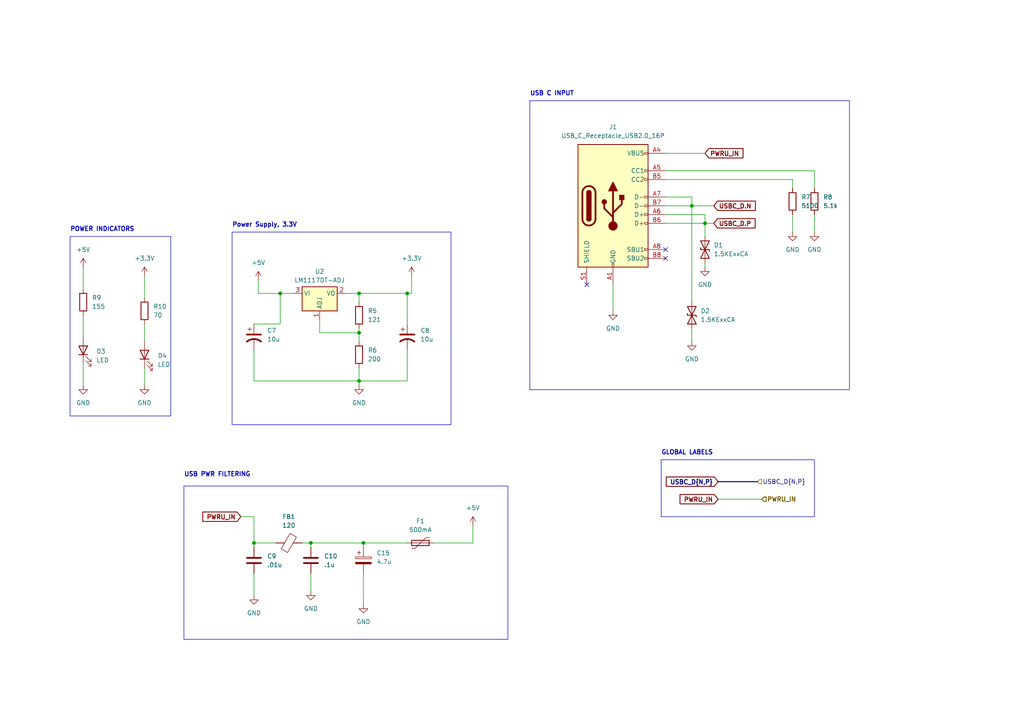
<source format=kicad_sch>
(kicad_sch (version 20250114) (generator "eeschema") (generator_version "9.0")
  (paper "A4")
  (lib_symbols
    (symbol "Connector:USB_C_Receptacle_USB2.0_16P" (pin_names (offset 1.016))
      (property "Reference" "J" (at 0 22.225 0))
      (property "Value" "USB_C_Receptacle_USB2.0_16P" (at 0 19.685 0))
      (symbol "USB_C_Receptacle_USB2.0_16P_0_0"
        (rectangle (start -0.254 -17.78) (end 0.254 -16.764))
        (rectangle (start 10.16 15.494) (end 9.144 14.986))
        (rectangle (start 10.16 10.414) (end 9.144 9.906))
        (rectangle (start 10.16 7.874) (end 9.144 7.366))
        (rectangle (start 10.16 2.794) (end 9.144 2.286))
        (rectangle (start 10.16 0.254) (end 9.144 -0.254))
        (rectangle (start 10.16 -2.286) (end 9.144 -2.794))
        (rectangle (start 10.16 -4.826) (end 9.144 -5.334))
        (rectangle (start 10.16 -12.446) (end 9.144 -12.954))
        (rectangle (start 10.16 -14.986) (end 9.144 -15.494))
      )
      (symbol "USB_C_Receptacle_USB2.0_16P_0_1"
        (rectangle (start -10.16 17.78) (end 10.16 -17.78) (stroke (width 0.254)) (fill (type background)))
        (polyline (pts (xy -8.89 -3.81) (xy -8.89 3.81)) (stroke (width 0.508)))
        (rectangle (start -7.62 -3.81) (end -6.35 3.81) (stroke (width 0.254)) (fill (type outline)))
        (arc (start -7.62 3.81) (mid -6.985 4.4423) (end -6.35 3.81) (stroke (width 0.254)))
        (arc (start -7.62 3.81) (mid -6.985 4.4423) (end -6.35 3.81) (stroke (width 0.254)) (fill (type outline)))
        (arc (start -8.89 3.81) (mid -6.985 5.7067) (end -5.08 3.81) (stroke (width 0.508)))
        (arc (start -5.08 -3.81) (mid -6.985 -5.7067) (end -8.89 -3.81) (stroke (width 0.508)))
        (arc (start -6.35 -3.81) (mid -6.985 -4.4423) (end -7.62 -3.81) (stroke (width 0.254)))
        (arc (start -6.35 -3.81) (mid -6.985 -4.4423) (end -7.62 -3.81) (stroke (width 0.254)) (fill (type outline)))
        (polyline (pts (xy -5.08 3.81) (xy -5.08 -3.81)) (stroke (width 0.508)))
        (circle (center -2.54 1.143) (radius 0.635) (stroke (width 0.254)) (fill (type outline)))
        (polyline (pts (xy -1.27 4.318) (xy 0 6.858) (xy 1.27 4.318) (xy -1.27 4.318)) (stroke (width 0.254)) (fill (type outline)))
        (polyline (pts (xy 0 -2.032) (xy 2.54 0.508) (xy 2.54 1.778)) (stroke (width 0.508)))
        (polyline (pts (xy 0 -3.302) (xy -2.54 -0.762) (xy -2.54 0.508)) (stroke (width 0.508)))
        (polyline (pts (xy 0 -5.842) (xy 0 4.318)) (stroke (width 0.508)))
        (circle (center 0 -5.842) (radius 1.27) (fill (type outline)))
        (rectangle (start 1.905 1.778) (end 3.175 3.048) (stroke (width 0.254)) (fill (type outline)))
      )
      (symbol "USB_C_Receptacle_USB2.0_16P_1_1"
        (pin passive line (at -7.62 -22.86 90) (length 5.08) (name "SHIELD") (number "S1"))
        (pin passive line (at 0 -22.86 90) (length 5.08) (name "GND") (number "A1"))
        (pin passive line (at 0 -22.86 90) (length 5.08) (hide yes) (name "GND") (number "A12"))
        (pin passive line (at 0 -22.86 90) (length 5.08) (hide yes) (name "GND") (number "B1"))
        (pin passive line (at 0 -22.86 90) (length 5.08) (hide yes) (name "GND") (number "B12"))
        (pin passive line (at 15.24 15.24 180) (length 5.08) (name "VBUS") (number "A4"))
        (pin passive line (at 15.24 15.24 180) (length 5.08) (hide yes) (name "VBUS") (number "A9"))
        (pin passive line (at 15.24 15.24 180) (length 5.08) (hide yes) (name "VBUS") (number "B4"))
        (pin passive line (at 15.24 15.24 180) (length 5.08) (hide yes) (name "VBUS") (number "B9"))
        (pin bidirectional line (at 15.24 10.16 180) (length 5.08) (name "CC1") (number "A5"))
        (pin bidirectional line (at 15.24 7.62 180) (length 5.08) (name "CC2") (number "B5"))
        (pin bidirectional line (at 15.24 2.54 180) (length 5.08) (name "D-") (number "A7"))
        (pin bidirectional line (at 15.24 0 180) (length 5.08) (name "D-") (number "B7"))
        (pin bidirectional line (at 15.24 -2.54 180) (length 5.08) (name "D+") (number "A6"))
        (pin bidirectional line (at 15.24 -5.08 180) (length 5.08) (name "D+") (number "B6"))
        (pin bidirectional line (at 15.24 -12.7 180) (length 5.08) (name "SBU1") (number "A8"))
        (pin bidirectional line (at 15.24 -15.24 180) (length 5.08) (name "SBU2") (number "B8"))
      )
    )
    (symbol "Device:C" (pin_numbers (hide yes)) (pin_names (offset 0.254))
      (property "Reference" "C" (at 0.635 2.54 0))
      (property "Value" "C" (at 0.635 -2.54 0))
      (symbol "C_0_1"
        (polyline (pts (xy -2.032 0.762) (xy 2.032 0.762)) (stroke (width 0.508)))
        (polyline (pts (xy -2.032 -0.762) (xy 2.032 -0.762)) (stroke (width 0.508)))
      )
      (symbol "C_1_1"
        (pin passive line (at 0 3.81 270) (length 2.794) (name "~") (number "1"))
        (pin passive line (at 0 -3.81 90) (length 2.794) (name "~") (number "2"))
      )
    )
    (symbol "Device:C_Polarized" (pin_numbers (hide yes)) (pin_names (offset 0.254))
      (property "Reference" "C" (at 0.635 2.54 0))
      (property "Value" "C_Polarized" (at 0.635 -2.54 0))
      (symbol "C_Polarized_0_1"
        (rectangle (start -2.286 0.508) (end 2.286 1.016))
        (polyline (pts (xy -1.778 2.286) (xy -0.762 2.286)))
        (polyline (pts (xy -1.27 2.794) (xy -1.27 1.778)))
        (rectangle (start 2.286 -0.508) (end -2.286 -1.016) (fill (type outline)))
      )
      (symbol "C_Polarized_1_1"
        (pin passive line (at 0 3.81 270) (length 2.794) (name "~") (number "1"))
        (pin passive line (at 0 -3.81 90) (length 2.794) (name "~") (number "2"))
      )
    )
    (symbol "Device:C_Polarized_US" (pin_numbers (hide yes)) (pin_names (offset 0.254) (hide yes))
      (property "Reference" "C" (at 0.635 2.54 0))
      (property "Value" "C_Polarized_US" (at 0.635 -2.54 0))
      (symbol "C_Polarized_US_0_1"
        (polyline (pts (xy -2.032 0.762) (xy 2.032 0.762)) (stroke (width 0.508)))
        (polyline (pts (xy -1.778 2.286) (xy -0.762 2.286)))
        (polyline (pts (xy -1.27 1.778) (xy -1.27 2.794)))
        (arc (start -2.032 -1.27) (mid 0 -0.5572) (end 2.032 -1.27) (stroke (width 0.508)))
      )
      (symbol "C_Polarized_US_1_1"
        (pin passive line (at 0 3.81 270) (length 2.794) (name "~") (number "1"))
        (pin passive line (at 0 -3.81 90) (length 3.302) (name "~") (number "2"))
      )
    )
    (symbol "Device:FerriteBead" (pin_numbers (hide yes)) (pin_names (offset 0))
      (property "Reference" "FB" (at -3.81 0.635 90))
      (property "Value" "FerriteBead" (at 3.81 0 90))
      (symbol "FerriteBead_0_1"
        (polyline (pts (xy -2.7686 0.4064) (xy -1.7018 2.2606) (xy 2.7686 -0.3048) (xy 1.6764 -2.159) (xy -2.7686 0.4064)))
        (polyline (pts (xy 0 1.27) (xy 0 1.2954)))
        (polyline (pts (xy 0 -1.27) (xy 0 -1.2192)))
      )
      (symbol "FerriteBead_1_1"
        (pin passive line (at 0 3.81 270) (length 2.54) (name "~") (number "1"))
        (pin passive line (at 0 -3.81 90) (length 2.54) (name "~") (number "2"))
      )
    )
    (symbol "Device:LED" (pin_numbers (hide yes)) (pin_names (offset 1.016) (hide yes))
      (property "Reference" "D" (at 0 2.54 0))
      (property "Value" "LED" (at 0 -2.54 0))
      (symbol "LED_0_1"
        (polyline (pts (xy -3.048 -0.762) (xy -4.572 -2.286) (xy -3.81 -2.286) (xy -4.572 -2.286) (xy -4.572 -1.524)))
        (polyline (pts (xy -1.778 -0.762) (xy -3.302 -2.286) (xy -2.54 -2.286) (xy -3.302 -2.286) (xy -3.302 -1.524)))
        (polyline (pts (xy -1.27 0) (xy 1.27 0)))
        (polyline (pts (xy -1.27 -1.27) (xy -1.27 1.27)) (stroke (width 0.254)))
        (polyline (pts (xy 1.27 -1.27) (xy 1.27 1.27) (xy -1.27 0) (xy 1.27 -1.27)) (stroke (width 0.254)))
      )
      (symbol "LED_1_1"
        (pin passive line (at -3.81 0 0) (length 2.54) (name "K") (number "1"))
        (pin passive line (at 3.81 0 180) (length 2.54) (name "A") (number "2"))
      )
    )
    (symbol "Device:Polyfuse" (pin_numbers (hide yes)) (pin_names (offset 0))
      (property "Reference" "F" (at -2.54 0 90))
      (property "Value" "Polyfuse" (at 2.54 0 90))
      (symbol "Polyfuse_0_1"
        (polyline (pts (xy -1.524 2.54) (xy -1.524 1.524) (xy 1.524 -1.524) (xy 1.524 -2.54)))
        (rectangle (start -0.762 2.54) (end 0.762 -2.54) (stroke (width 0.254)))
        (polyline (pts (xy 0 2.54) (xy 0 -2.54)))
      )
      (symbol "Polyfuse_1_1"
        (pin passive line (at 0 3.81 270) (length 1.27) (name "~") (number "1"))
        (pin passive line (at 0 -3.81 90) (length 1.27) (name "~") (number "2"))
      )
    )
    (symbol "Device:R" (pin_numbers (hide yes)) (pin_names (offset 0))
      (property "Reference" "R" (at 2.032 0 90))
      (property "Value" "R" (at 0 0 90))
      (symbol "R_0_1"
        (rectangle (start -1.016 -2.54) (end 1.016 2.54) (stroke (width 0.254)))
      )
      (symbol "R_1_1"
        (pin passive line (at 0 3.81 270) (length 1.27) (name "~") (number "1"))
        (pin passive line (at 0 -3.81 90) (length 1.27) (name "~") (number "2"))
      )
    )
    (symbol "Diode:1.5KExxCA" (pin_numbers (hide yes)) (pin_names (offset 1.016) (hide yes))
      (property "Reference" "D" (at 0 2.54 0))
      (property "Value" "1.5KExxCA" (at 0 -2.54 0))
      (symbol "1.5KExxCA_0_1"
        (polyline (pts (xy -2.54 -1.27) (xy 0 0) (xy -2.54 1.27) (xy -2.54 -1.27)) (stroke (width 0.254)))
        (polyline (pts (xy 0.508 1.27) (xy 0 1.27) (xy 0 -1.27) (xy -0.508 -1.27)) (stroke (width 0.254)))
        (polyline (pts (xy 1.27 0) (xy -1.27 0)))
        (polyline (pts (xy 2.54 1.27) (xy 2.54 -1.27) (xy 0 0) (xy 2.54 1.27)) (stroke (width 0.254)))
      )
      (symbol "1.5KExxCA_1_1"
        (pin passive line (at -3.81 0 0) (length 2.54) (name "A1") (number "1"))
        (pin passive line (at 3.81 0 180) (length 2.54) (name "A2") (number "2"))
      )
    )
    (symbol "Regulator_Linear:LM1117DT-ADJ"
      (property "Reference" "U" (at -3.81 3.175 0))
      (property "Value" "LM1117DT-ADJ" (at 0 3.175 0))
      (symbol "LM1117DT-ADJ_0_1"
        (rectangle (start -5.08 -5.08) (end 5.08 1.905) (stroke (width 0.254)) (fill (type background)))
      )
      (symbol "LM1117DT-ADJ_1_1"
        (pin power_in line (at -7.62 0 0) (length 2.54) (name "VI") (number "3"))
        (pin input line (at 0 -7.62 90) (length 2.54) (name "ADJ") (number "1"))
        (pin power_out line (at 7.62 0 180) (length 2.54) (name "VO") (number "2"))
      )
    )
    (symbol "power:+3.3V" (power) (pin_names (offset 0))
      (property "Value" "+3.3V" (at 0 3.556 0))
      (symbol "+3.3V_0_1"
        (polyline (pts (xy -0.762 1.27) (xy 0 2.54)))
        (polyline (pts (xy 0 2.54) (xy 0.762 1.27)))
        (polyline (pts (xy 0 0) (xy 0 2.54)))
      )
      (symbol "+3.3V_1_1"
        (pin power_in line (at 0 0 90) (length 0) (hide yes) (name "+3.3V") (number "1"))
      )
    )
    (symbol "power:+5V" (power) (pin_names (offset 0))
      (property "Value" "+5V" (at 0 3.556 0))
      (symbol "+5V_0_1"
        (polyline (pts (xy -0.762 1.27) (xy 0 2.54)))
        (polyline (pts (xy 0 2.54) (xy 0.762 1.27)))
        (polyline (pts (xy 0 0) (xy 0 2.54)))
      )
      (symbol "+5V_1_1"
        (pin power_in line (at 0 0 90) (length 0) (hide yes) (name "+5V") (number "1"))
      )
    )
    (symbol "power:GND" (power) (pin_names (offset 0))
      (property "Value" "GND" (at 0 -3.81 0))
      (symbol "GND_0_1"
        (polyline (pts (xy 0 0) (xy 0 -1.27) (xy 1.27 -1.27) (xy 0 -2.54) (xy -1.27 -1.27) (xy 0 -1.27)))
      )
      (symbol "GND_1_1"
        (pin power_in line (at 0 0 270) (length 0) (hide yes) (name "GND") (number "1"))
      )
    )
  )
  (rectangle (start 153.67 29.21) (end 246.38 113.03))
  (rectangle (start 67.31 67.31) (end 130.81 123.19))
  (rectangle (start 53.34 140.97) (end 147.32 185.42))
  (rectangle (start 191.77 133.35) (end 236.22 149.86))
  (rectangle (start 20.32 68.58) (end 49.53 120.65))
  (text "GLOBAL LABELS" (at 191.77 132.08 0) (effects (font (size 1.27 1.27) (bold yes)) (justify left bottom)))
  (text "Power Supply, 3.3V" (at 67.31 66.04 0) (effects (font (size 1.27 1.27) (bold yes)) (justify left bottom)))
  (text "POWER INDICATORS\n" (at 20.32 67.31 0) (effects (font (size 1.27 1.27) (bold yes)) (justify left bottom)))
  (text "USB C INPUT" (at 153.67 27.94 0) (effects (font (size 1.27 1.27) (bold yes)) (justify left bottom)))
  (text "USB PWR FILTERING\n" (at 53.34 138.43 0) (effects (font (size 1.27 1.27) (bold yes)) (justify left bottom)))
  (junction (at 73.66 157.48))
  (junction (at 118.11 85.09))
  (junction (at 200.66 59.69))
  (junction (at 104.14 96.52))
  (junction (at 90.17 157.48))
  (junction (at 204.47 64.77))
  (junction (at 104.14 110.49))
  (junction (at 105.41 157.48))
  (junction (at 104.14 85.09))
  (junction (at 81.28 85.09))
  (no_connect (at 193.04 74.93))
  (no_connect (at 193.04 72.39))
  (no_connect (at 170.18 82.55))
  (wire (pts (xy 90.17 157.48) (xy 105.41 157.48)))
  (wire (pts (xy 73.66 149.86) (xy 73.66 157.48)))
  (wire (pts (xy 90.17 157.48) (xy 90.17 158.75)))
  (wire (pts (xy 193.04 62.23) (xy 204.47 62.23)))
  (wire (pts (xy 73.66 166.37) (xy 73.66 172.72)))
  (wire (pts (xy 74.93 85.09) (xy 74.93 81.28)))
  (wire (pts (xy 104.14 85.09) (xy 118.11 85.09)))
  (wire (pts (xy 41.91 80.01) (xy 41.91 86.36)))
  (wire (pts (xy 24.13 105.41) (xy 24.13 111.76)))
  (wire (pts (xy 200.66 59.69) (xy 200.66 87.63)))
  (wire (pts (xy 87.63 157.48) (xy 90.17 157.48)))
  (wire (pts (xy 24.13 91.44) (xy 24.13 97.79)))
  (wire (pts (xy 236.22 62.23) (xy 236.22 67.31)))
  (wire (pts (xy 200.66 95.25) (xy 200.66 99.06)))
  (wire (pts (xy 92.71 92.71) (xy 92.71 96.52)))
  (wire (pts (xy 125.73 157.48) (xy 137.16 157.48)))
  (wire (pts (xy 118.11 101.6) (xy 118.11 110.49)))
  (wire (pts (xy 236.22 49.53) (xy 236.22 54.61)))
  (wire (pts (xy 193.04 49.53) (xy 236.22 49.53)))
  (wire (pts (xy 193.04 59.69) (xy 200.66 59.69)))
  (wire (pts (xy 92.71 96.52) (xy 104.14 96.52)))
  (wire (pts (xy 137.16 157.48) (xy 137.16 152.4)))
  (wire (pts (xy 24.13 77.47) (xy 24.13 83.82)))
  (wire (pts (xy 105.41 157.48) (xy 118.11 157.48)))
  (wire (pts (xy 73.66 157.48) (xy 73.66 158.75)))
  (wire (pts (xy 229.87 62.23) (xy 229.87 67.31)))
  (wire (pts (xy 119.38 85.09) (xy 119.38 80.01)))
  (bus (pts (xy 208.28 139.7) (xy 219.71 139.7)))
  (wire (pts (xy 118.11 110.49) (xy 104.14 110.49)))
  (wire (pts (xy 73.66 110.49) (xy 104.14 110.49)))
  (wire (pts (xy 104.14 85.09) (xy 104.14 87.63)))
  (wire (pts (xy 204.47 64.77) (xy 204.47 68.58)))
  (wire (pts (xy 104.14 106.68) (xy 104.14 110.49)))
  (wire (pts (xy 85.09 85.09) (xy 81.28 85.09)))
  (wire (pts (xy 193.04 52.07) (xy 229.87 52.07)))
  (wire (pts (xy 81.28 85.09) (xy 74.93 85.09)))
  (wire (pts (xy 105.41 157.48) (xy 105.41 158.75)))
  (wire (pts (xy 208.28 144.78) (xy 220.98 144.78)))
  (wire (pts (xy 73.66 93.98) (xy 81.28 93.98)))
  (wire (pts (xy 90.17 166.37) (xy 90.17 171.45)))
  (wire (pts (xy 73.66 101.6) (xy 73.66 110.49)))
  (wire (pts (xy 100.33 85.09) (xy 104.14 85.09)))
  (wire (pts (xy 204.47 62.23) (xy 204.47 64.77)))
  (wire (pts (xy 104.14 96.52) (xy 104.14 99.06)))
  (wire (pts (xy 41.91 93.98) (xy 41.91 99.06)))
  (wire (pts (xy 105.41 166.37) (xy 105.41 175.26)))
  (wire (pts (xy 118.11 85.09) (xy 119.38 85.09)))
  (wire (pts (xy 204.47 76.2) (xy 204.47 77.47)))
  (wire (pts (xy 104.14 95.25) (xy 104.14 96.52)))
  (wire (pts (xy 193.04 64.77) (xy 204.47 64.77)))
  (wire (pts (xy 118.11 85.09) (xy 118.11 93.98)))
  (wire (pts (xy 193.04 44.45) (xy 204.47 44.45)))
  (wire (pts (xy 80.01 157.48) (xy 73.66 157.48)))
  (wire (pts (xy 69.85 149.86) (xy 73.66 149.86)))
  (wire (pts (xy 193.04 57.15) (xy 200.66 57.15)))
  (wire (pts (xy 204.47 64.77) (xy 207.01 64.77)))
  (wire (pts (xy 41.91 106.68) (xy 41.91 111.76)))
  (wire (pts (xy 229.87 52.07) (xy 229.87 54.61)))
  (wire (pts (xy 200.66 59.69) (xy 207.01 59.69)))
  (wire (pts (xy 200.66 57.15) (xy 200.66 59.69)))
  (wire (pts (xy 104.14 110.49) (xy 104.14 111.76)))
  (wire (pts (xy 177.8 82.55) (xy 177.8 90.17)))
  (wire (pts (xy 81.28 93.98) (xy 81.28 85.09)))
  (global_label "USBC_D.P" (shape input) (at 207.01 64.77 0) (effects (font (bold yes))) (property "Intersheetrefs" "${INTERSHEET_REFS}" (effects (hide yes))))
  (global_label "USBC_D.N" (shape input) (at 207.01 59.69 0) (effects (font (bold yes))) (property "Intersheetrefs" "${INTERSHEET_REFS}" (effects (hide yes))))
  (global_label "PWRU_IN" (shape input) (at 208.28 144.78 180) (effects (font (bold yes))) (property "Intersheetrefs" "${INTERSHEET_REFS}" (effects (hide yes))))
  (global_label "PWRU_IN" (shape input) (at 69.85 149.86 180) (effects (font (bold yes))) (property "Intersheetrefs" "${INTERSHEET_REFS}" (effects (hide yes))))
  (global_label "PWRU_IN" (shape input) (at 204.47 44.45 0) (effects (font (bold yes))) (property "Intersheetrefs" "${INTERSHEET_REFS}" (effects (hide yes))))
  (global_label "USBC_D{N,P}" (shape input) (at 208.28 139.7 180) (effects (font (thickness 0.254) (bold yes))) (property "Intersheetrefs" "${INTERSHEET_REFS}" (effects (hide yes))))
  (hierarchical_label "PWRU_IN" (shape input) (at 220.98 144.78 0) (effects (font (bold yes))))
  (hierarchical_label "USBC_D{N,P}" (shape input) (at 219.71 139.7 0))
  (symbol (lib_id "Device:C_Polarized_US") (at 118.11 97.79 0) (unit 1)
    (property "Reference" "C8" (at 121.92 95.885 0) (effects (justify left)))
    (property "Value" "10u" (at 121.92 98.425 0) (effects (justify left)))
    (property "Footprint" "Capacitor_SMD:C_0402_1005Metric" (effects (hide yes)))
  )
  (symbol (lib_id "Diode:1.5KExxCA") (at 204.47 72.39 90) (unit 1)
    (property "Reference" "D1" (at 207.01 71.12 90) (effects (justify right)))
    (property "Value" "1.5KExxCA" (at 207.01 73.66 90) (effects (justify right)))
    (property "Footprint" "Diode_SMD:D_0201_0603Metric" (effects (hide yes)))
    (property "Datasheet" "https://www.vishay.com/docs/88301/15ke.pdf" (effects (hide yes)))
  )
  (symbol (lib_id "Device:LED") (at 24.13 101.6 90) (unit 1)
    (property "Reference" "D3" (at 27.94 101.9175 90) (effects (justify right)))
    (property "Value" "LED" (at 27.94 104.4575 90) (effects (justify right)))
    (property "Footprint" "LED_SMD:LED_0402_1005Metric" (effects (hide yes)))
  )
  (symbol (lib_id "Device:FerriteBead") (at 83.82 157.48 90) (unit 1)
    (property "Reference" "FB1" (at 83.7692 149.86 90))
    (property "Value" "120" (at 83.7692 152.4 90))
    (property "Footprint" "Resistor_SMD:R_0603_1608Metric" (effects (hide yes)))
  )
  (symbol (lib_id "power:GND") (at 105.41 175.26 0) (unit 1)
    (property "Reference" "#PWR023" (effects (hide yes)))
    (property "Value" "GND" (at 105.41 180.34 0))
  )
  (symbol (lib_id "Device:R") (at 229.87 58.42 0) (unit 1)
    (property "Reference" "R7" (at 232.41 57.15 0) (effects (justify left)))
    (property "Value" "5100" (at 232.41 59.69 0) (effects (justify left)))
    (property "Footprint" "Resistor_SMD:R_0402_1005Metric" (effects (hide yes)))
  )
  (symbol (lib_id "power:GND") (at 73.66 172.72 0) (unit 1)
    (property "Reference" "#PWR021" (effects (hide yes)))
    (property "Value" "GND" (at 73.66 177.8 0))
  )
  (symbol (lib_id "Device:R") (at 41.91 90.17 0) (unit 1)
    (property "Reference" "R10" (at 44.45 88.9 0) (effects (justify left)))
    (property "Value" "70" (at 44.45 91.44 0) (effects (justify left)))
    (property "Footprint" "Resistor_SMD:R_0402_1005Metric" (effects (hide yes)))
  )
  (symbol (lib_id "power:+3.3V") (at 41.91 80.01 0) (unit 1)
    (property "Reference" "#PWR027" (effects (hide yes)))
    (property "Value" "+3.3V" (at 41.91 74.93 0))
  )
  (symbol (lib_id "power:GND") (at 177.8 90.17 0) (unit 1)
    (property "Reference" "#PWR017" (effects (hide yes)))
    (property "Value" "GND" (at 177.8 95.25 0))
  )
  (symbol (lib_id "power:+5V") (at 74.93 81.28 0) (unit 1)
    (property "Reference" "#PWR012" (effects (hide yes)))
    (property "Value" "+5V" (at 74.93 76.2 0))
  )
  (symbol (lib_id "power:GND") (at 204.47 77.47 0) (unit 1)
    (property "Reference" "#PWR019" (effects (hide yes)))
    (property "Value" "GND" (at 204.47 82.55 0))
  )
  (symbol (lib_id "power:GND") (at 200.66 99.06 0) (unit 1)
    (property "Reference" "#PWR018" (effects (hide yes)))
    (property "Value" "GND" (at 200.66 104.14 0))
  )
  (symbol (lib_id "Device:R") (at 236.22 58.42 0) (unit 1)
    (property "Reference" "R8" (at 238.76 57.15 0) (effects (justify left)))
    (property "Value" "5.1k" (at 238.76 59.69 0) (effects (justify left)))
    (property "Footprint" "Resistor_SMD:R_0402_1005Metric" (effects (hide yes)))
  )
  (symbol (lib_id "power:GND") (at 41.91 111.76 0) (unit 1)
    (property "Reference" "#PWR025" (effects (hide yes)))
    (property "Value" "GND" (at 41.91 116.84 0))
  )
  (symbol (lib_id "Connector:USB_C_Receptacle_USB2.0_16P") (at 177.8 59.69 0) (unit 1)
    (property "Reference" "J1" (at 177.8 36.83 0))
    (property "Value" "USB_C_Receptacle_USB2.0_16P" (at 177.8 39.37 0))
    (property "Footprint" "Connector_USB:USB_C_Receptacle_Palconn_UTC16-G" (effects (hide yes)))
    (property "Datasheet" "https://www.usb.org/sites/default/files/documents/usb_type-c.zip" (effects (hide yes)))
  )
  (symbol (lib_id "power:GND") (at 236.22 67.31 0) (unit 1)
    (property "Reference" "#PWR016" (effects (hide yes)))
    (property "Value" "GND" (at 236.22 72.39 0))
  )
  (symbol (lib_id "Device:LED") (at 41.91 102.87 90) (unit 1)
    (property "Reference" "D4" (at 45.72 103.1875 90) (effects (justify right)))
    (property "Value" "LED" (at 45.72 105.7275 90) (effects (justify right)))
    (property "Footprint" "LED_SMD:LED_0402_1005Metric" (effects (hide yes)))
  )
  (symbol (lib_id "Device:C") (at 73.66 162.56 0) (unit 1)
    (property "Reference" "C9" (at 77.47 161.29 0) (effects (justify left)))
    (property "Value" ".01u" (at 77.47 163.83 0) (effects (justify left)))
    (property "Footprint" "Capacitor_SMD:C_0603_1608Metric" (effects (hide yes)))
  )
  (symbol (lib_id "Regulator_Linear:LM1117DT-ADJ") (at 92.71 85.09 0) (unit 1)
    (property "Reference" "U2" (at 92.71 78.74 0))
    (property "Value" "LM1117DT-ADJ" (at 92.71 81.28 0))
    (property "Footprint" "Package_TO_SOT_SMD:SOT-223" (effects (hide yes)))
    (property "Datasheet" "http://www.ti.com/lit/ds/symlink/lm1117.pdf" (effects (hide yes)))
  )
  (symbol (lib_id "power:GND") (at 90.17 171.45 0) (unit 1)
    (property "Reference" "#PWR022" (effects (hide yes)))
    (property "Value" "GND" (at 90.17 176.53 0))
  )
  (symbol (lib_id "Device:Polyfuse") (at 121.92 157.48 90) (unit 1)
    (property "Reference" "F1" (at 121.92 151.13 90))
    (property "Value" "500mA" (at 121.92 153.67 90))
    (property "Footprint" "Fuse:Fuse_1812_4532Metric" (effects (hide yes)))
  )
  (symbol (lib_id "Device:R") (at 104.14 102.87 0) (unit 1)
    (property "Reference" "R6" (at 106.68 101.6 0) (effects (justify left)))
    (property "Value" "200" (at 106.68 104.14 0) (effects (justify left)))
    (property "Footprint" "Resistor_SMD:R_0402_1005Metric" (effects (hide yes)))
  )
  (symbol (lib_id "Device:C_Polarized") (at 105.41 162.56 0) (unit 1)
    (property "Reference" "C15" (at 109.22 160.401 0) (effects (justify left)))
    (property "Value" "4.7u" (at 109.22 162.941 0) (effects (justify left)))
    (property "Footprint" "Capacitor_SMD:C_0603_1608Metric" (effects (hide yes)))
  )
  (symbol (lib_id "power:+5V") (at 24.13 77.47 0) (unit 1)
    (property "Reference" "#PWR026" (effects (hide yes)))
    (property "Value" "+5V" (at 24.13 72.39 0))
  )
  (symbol (lib_id "power:GND") (at 104.14 111.76 0) (unit 1)
    (property "Reference" "#PWR014" (effects (hide yes)))
    (property "Value" "GND" (at 104.14 116.84 0))
  )
  (symbol (lib_id "power:GND") (at 24.13 111.76 0) (unit 1)
    (property "Reference" "#PWR024" (effects (hide yes)))
    (property "Value" "GND" (at 24.13 116.84 0))
  )
  (symbol (lib_id "Device:C_Polarized_US") (at 73.66 97.79 0) (unit 1)
    (property "Reference" "C7" (at 77.47 95.885 0) (effects (justify left)))
    (property "Value" "10u" (at 77.47 98.425 0) (effects (justify left)))
    (property "Footprint" "Capacitor_SMD:C_0603_1608Metric" (effects (hide yes)))
  )
  (symbol (lib_id "power:GND") (at 229.87 67.31 0) (unit 1)
    (property "Reference" "#PWR015" (effects (hide yes)))
    (property "Value" "GND" (at 229.87 72.39 0))
  )
  (symbol (lib_id "Device:C") (at 90.17 162.56 0) (unit 1)
    (property "Reference" "C10" (at 93.98 161.29 0) (effects (justify left)))
    (property "Value" ".1u" (at 93.98 163.83 0) (effects (justify left)))
    (property "Footprint" "Capacitor_SMD:C_0603_1608Metric" (effects (hide yes)))
  )
  (symbol (lib_id "Diode:1.5KExxCA") (at 200.66 91.44 90) (unit 1)
    (property "Reference" "D2" (at 203.2 90.17 90) (effects (justify right)))
    (property "Value" "1.5KExxCA" (at 203.2 92.71 90) (effects (justify right)))
    (property "Footprint" "Diode_SMD:D_0201_0603Metric" (effects (hide yes)))
    (property "Datasheet" "https://www.vishay.com/docs/88301/15ke.pdf" (effects (hide yes)))
  )
  (symbol (lib_id "Device:R") (at 104.14 91.44 0) (unit 1)
    (property "Reference" "R5" (at 106.68 90.17 0) (effects (justify left)))
    (property "Value" "121" (at 106.68 92.71 0) (effects (justify left)))
    (property "Footprint" "Resistor_SMD:R_0402_1005Metric" (effects (hide yes)))
  )
  (symbol (lib_id "Device:R") (at 24.13 87.63 0) (unit 1)
    (property "Reference" "R9" (at 26.67 86.36 0) (effects (justify left)))
    (property "Value" "155" (at 26.67 88.9 0) (effects (justify left)))
    (property "Footprint" "Resistor_SMD:R_0402_1005Metric" (effects (hide yes)))
  )
  (symbol (lib_id "power:+3.3V") (at 119.38 80.01 0) (unit 1)
    (property "Reference" "#PWR013" (effects (hide yes)))
    (property "Value" "+3.3V" (at 119.38 74.93 0))
  )
  (symbol (lib_id "power:+5V") (at 137.16 152.4 0) (unit 1)
    (property "Reference" "#PWR020" (effects (hide yes)))
    (property "Value" "+5V" (at 137.16 147.32 0))
  )
)
</source>
